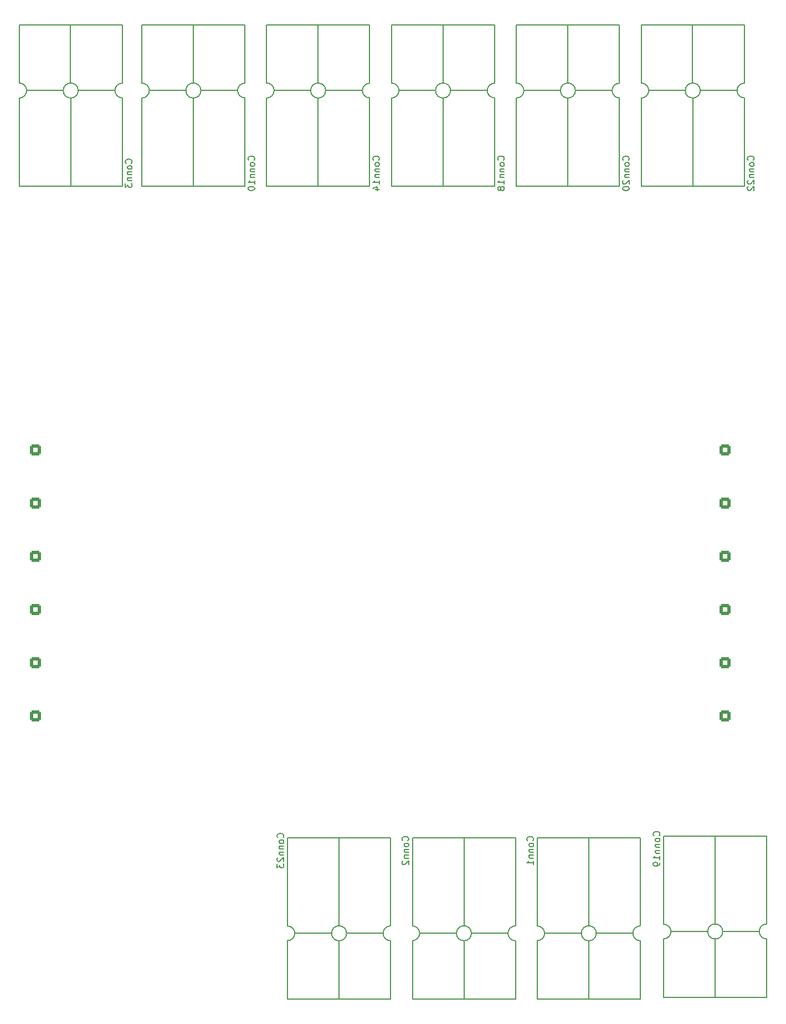
<source format=gbo>
%TF.GenerationSoftware,KiCad,Pcbnew,(6.0.10)*%
%TF.CreationDate,2022-12-30T00:20:44-06:00*%
%TF.ProjectId,Armboard_Hardware,41726d62-6f61-4726-945f-486172647761,rev?*%
%TF.SameCoordinates,Original*%
%TF.FileFunction,Legend,Bot*%
%TF.FilePolarity,Positive*%
%FSLAX46Y46*%
G04 Gerber Fmt 4.6, Leading zero omitted, Abs format (unit mm)*
G04 Created by KiCad (PCBNEW (6.0.10)) date 2022-12-30 00:20:44*
%MOMM*%
%LPD*%
G01*
G04 APERTURE LIST*
G04 Aperture macros list*
%AMRoundRect*
0 Rectangle with rounded corners*
0 $1 Rounding radius*
0 $2 $3 $4 $5 $6 $7 $8 $9 X,Y pos of 4 corners*
0 Add a 4 corners polygon primitive as box body*
4,1,4,$2,$3,$4,$5,$6,$7,$8,$9,$2,$3,0*
0 Add four circle primitives for the rounded corners*
1,1,$1+$1,$2,$3*
1,1,$1+$1,$4,$5*
1,1,$1+$1,$6,$7*
1,1,$1+$1,$8,$9*
0 Add four rect primitives between the rounded corners*
20,1,$1+$1,$2,$3,$4,$5,0*
20,1,$1+$1,$4,$5,$6,$7,0*
20,1,$1+$1,$6,$7,$8,$9,0*
20,1,$1+$1,$8,$9,$2,$3,0*%
G04 Aperture macros list end*
%ADD10C,0.150000*%
%ADD11C,2.946400*%
%ADD12R,1.350000X1.350000*%
%ADD13O,1.350000X1.350000*%
%ADD14RoundRect,0.250000X0.620000X0.620000X-0.620000X0.620000X-0.620000X-0.620000X0.620000X-0.620000X0*%
%ADD15C,1.740000*%
%ADD16C,1.524000*%
%ADD17C,1.308000*%
%ADD18C,1.100000*%
%ADD19C,1.400000*%
%ADD20C,4.000000*%
%ADD21C,2.000000*%
%ADD22O,5.100000X3.000000*%
G04 APERTURE END LIST*
D10*
X263600211Y-269504648D02*
X263647830Y-269457028D01*
X263695449Y-269314171D01*
X263695449Y-269218933D01*
X263647830Y-269076076D01*
X263552592Y-268980838D01*
X263457354Y-268933219D01*
X263266878Y-268885600D01*
X263124021Y-268885600D01*
X262933545Y-268933219D01*
X262838307Y-268980838D01*
X262743069Y-269076076D01*
X262695449Y-269218933D01*
X262695449Y-269314171D01*
X262743069Y-269457028D01*
X262790688Y-269504648D01*
X263695449Y-270076076D02*
X263647830Y-269980838D01*
X263600211Y-269933219D01*
X263504973Y-269885600D01*
X263219259Y-269885600D01*
X263124021Y-269933219D01*
X263076402Y-269980838D01*
X263028783Y-270076076D01*
X263028783Y-270218933D01*
X263076402Y-270314171D01*
X263124021Y-270361790D01*
X263219259Y-270409409D01*
X263504973Y-270409409D01*
X263600211Y-270361790D01*
X263647830Y-270314171D01*
X263695449Y-270218933D01*
X263695449Y-270076076D01*
X263028783Y-270837981D02*
X263695449Y-270837981D01*
X263124021Y-270837981D02*
X263076402Y-270885600D01*
X263028783Y-270980838D01*
X263028783Y-271123695D01*
X263076402Y-271218933D01*
X263171640Y-271266552D01*
X263695449Y-271266552D01*
X263028783Y-271742743D02*
X263695449Y-271742743D01*
X263124021Y-271742743D02*
X263076402Y-271790362D01*
X263028783Y-271885600D01*
X263028783Y-272028457D01*
X263076402Y-272123695D01*
X263171640Y-272171314D01*
X263695449Y-272171314D01*
X263695449Y-273171314D02*
X263695449Y-272599886D01*
X263695449Y-272885600D02*
X262695449Y-272885600D01*
X262838307Y-272790362D01*
X262933545Y-272695124D01*
X262981164Y-272599886D01*
X263695449Y-273647505D02*
X263695449Y-273837981D01*
X263647830Y-273933219D01*
X263600211Y-273980838D01*
X263457354Y-274076076D01*
X263266878Y-274123695D01*
X262885926Y-274123695D01*
X262790688Y-274076076D01*
X262743069Y-274028457D01*
X262695449Y-273933219D01*
X262695449Y-273742743D01*
X262743069Y-273647505D01*
X262790688Y-273599886D01*
X262885926Y-273552267D01*
X263124021Y-273552267D01*
X263219259Y-273599886D01*
X263266878Y-273647505D01*
X263314497Y-273742743D01*
X263314497Y-273933219D01*
X263266878Y-274028457D01*
X263219259Y-274076076D01*
X263124021Y-274123695D01*
X182920622Y-166757390D02*
X182968241Y-166709771D01*
X183015860Y-166566914D01*
X183015860Y-166471676D01*
X182968241Y-166328819D01*
X182873003Y-166233580D01*
X182777765Y-166185961D01*
X182587289Y-166138342D01*
X182444432Y-166138342D01*
X182253956Y-166185961D01*
X182158718Y-166233580D01*
X182063480Y-166328819D01*
X182015860Y-166471676D01*
X182015860Y-166566914D01*
X182063480Y-166709771D01*
X182111099Y-166757390D01*
X183015860Y-167328819D02*
X182968241Y-167233580D01*
X182920622Y-167185961D01*
X182825384Y-167138342D01*
X182539670Y-167138342D01*
X182444432Y-167185961D01*
X182396813Y-167233580D01*
X182349194Y-167328819D01*
X182349194Y-167471676D01*
X182396813Y-167566914D01*
X182444432Y-167614533D01*
X182539670Y-167662152D01*
X182825384Y-167662152D01*
X182920622Y-167614533D01*
X182968241Y-167566914D01*
X183015860Y-167471676D01*
X183015860Y-167328819D01*
X182349194Y-168090723D02*
X183015860Y-168090723D01*
X182444432Y-168090723D02*
X182396813Y-168138342D01*
X182349194Y-168233580D01*
X182349194Y-168376438D01*
X182396813Y-168471676D01*
X182492051Y-168519295D01*
X183015860Y-168519295D01*
X182349194Y-168995485D02*
X183015860Y-168995485D01*
X182444432Y-168995485D02*
X182396813Y-169043104D01*
X182349194Y-169138342D01*
X182349194Y-169281200D01*
X182396813Y-169376438D01*
X182492051Y-169424057D01*
X183015860Y-169424057D01*
X182015860Y-169805009D02*
X182015860Y-170424057D01*
X182396813Y-170090723D01*
X182396813Y-170233580D01*
X182444432Y-170328819D01*
X182492051Y-170376438D01*
X182587289Y-170424057D01*
X182825384Y-170424057D01*
X182920622Y-170376438D01*
X182968241Y-170328819D01*
X183015860Y-170233580D01*
X183015860Y-169947866D01*
X182968241Y-169852628D01*
X182920622Y-169805009D01*
X239828846Y-166281200D02*
X239876465Y-166233580D01*
X239924084Y-166090723D01*
X239924084Y-165995485D01*
X239876465Y-165852628D01*
X239781227Y-165757390D01*
X239685989Y-165709771D01*
X239495513Y-165662152D01*
X239352656Y-165662152D01*
X239162180Y-165709771D01*
X239066942Y-165757390D01*
X238971704Y-165852628D01*
X238924084Y-165995485D01*
X238924084Y-166090723D01*
X238971704Y-166233580D01*
X239019323Y-166281200D01*
X239924084Y-166852628D02*
X239876465Y-166757390D01*
X239828846Y-166709771D01*
X239733608Y-166662152D01*
X239447894Y-166662152D01*
X239352656Y-166709771D01*
X239305037Y-166757390D01*
X239257418Y-166852628D01*
X239257418Y-166995485D01*
X239305037Y-167090723D01*
X239352656Y-167138342D01*
X239447894Y-167185961D01*
X239733608Y-167185961D01*
X239828846Y-167138342D01*
X239876465Y-167090723D01*
X239924084Y-166995485D01*
X239924084Y-166852628D01*
X239257418Y-167614533D02*
X239924084Y-167614533D01*
X239352656Y-167614533D02*
X239305037Y-167662152D01*
X239257418Y-167757390D01*
X239257418Y-167900247D01*
X239305037Y-167995485D01*
X239400275Y-168043104D01*
X239924084Y-168043104D01*
X239257418Y-168519295D02*
X239924084Y-168519295D01*
X239352656Y-168519295D02*
X239305037Y-168566914D01*
X239257418Y-168662152D01*
X239257418Y-168805009D01*
X239305037Y-168900247D01*
X239400275Y-168947866D01*
X239924084Y-168947866D01*
X239924084Y-169947866D02*
X239924084Y-169376438D01*
X239924084Y-169662152D02*
X238924084Y-169662152D01*
X239066942Y-169566914D01*
X239162180Y-169471676D01*
X239209799Y-169376438D01*
X239352656Y-170519295D02*
X239305037Y-170424057D01*
X239257418Y-170376438D01*
X239162180Y-170328819D01*
X239114561Y-170328819D01*
X239019323Y-170376438D01*
X238971704Y-170424057D01*
X238924084Y-170519295D01*
X238924084Y-170709771D01*
X238971704Y-170805009D01*
X239019323Y-170852628D01*
X239114561Y-170900247D01*
X239162180Y-170900247D01*
X239257418Y-170852628D01*
X239305037Y-170805009D01*
X239352656Y-170709771D01*
X239352656Y-170519295D01*
X239400275Y-170424057D01*
X239447894Y-170376438D01*
X239543132Y-170328819D01*
X239733608Y-170328819D01*
X239828846Y-170376438D01*
X239876465Y-170424057D01*
X239924084Y-170519295D01*
X239924084Y-170709771D01*
X239876465Y-170805009D01*
X239828846Y-170852628D01*
X239733608Y-170900247D01*
X239543132Y-170900247D01*
X239447894Y-170852628D01*
X239400275Y-170805009D01*
X239352656Y-170709771D01*
X244286146Y-270258390D02*
X244333765Y-270210771D01*
X244381384Y-270067914D01*
X244381384Y-269972676D01*
X244333765Y-269829819D01*
X244238527Y-269734580D01*
X244143289Y-269686961D01*
X243952813Y-269639342D01*
X243809956Y-269639342D01*
X243619480Y-269686961D01*
X243524242Y-269734580D01*
X243429004Y-269829819D01*
X243381384Y-269972676D01*
X243381384Y-270067914D01*
X243429004Y-270210771D01*
X243476623Y-270258390D01*
X244381384Y-270829819D02*
X244333765Y-270734580D01*
X244286146Y-270686961D01*
X244190908Y-270639342D01*
X243905194Y-270639342D01*
X243809956Y-270686961D01*
X243762337Y-270734580D01*
X243714718Y-270829819D01*
X243714718Y-270972676D01*
X243762337Y-271067914D01*
X243809956Y-271115533D01*
X243905194Y-271163152D01*
X244190908Y-271163152D01*
X244286146Y-271115533D01*
X244333765Y-271067914D01*
X244381384Y-270972676D01*
X244381384Y-270829819D01*
X243714718Y-271591723D02*
X244381384Y-271591723D01*
X243809956Y-271591723D02*
X243762337Y-271639342D01*
X243714718Y-271734580D01*
X243714718Y-271877438D01*
X243762337Y-271972676D01*
X243857575Y-272020295D01*
X244381384Y-272020295D01*
X243714718Y-272496485D02*
X244381384Y-272496485D01*
X243809956Y-272496485D02*
X243762337Y-272544104D01*
X243714718Y-272639342D01*
X243714718Y-272782200D01*
X243762337Y-272877438D01*
X243857575Y-272925057D01*
X244381384Y-272925057D01*
X244381384Y-273925057D02*
X244381384Y-273353628D01*
X244381384Y-273639342D02*
X243381384Y-273639342D01*
X243524242Y-273544104D01*
X243619480Y-273448866D01*
X243667099Y-273353628D01*
X206108354Y-269782200D02*
X206155973Y-269734580D01*
X206203592Y-269591723D01*
X206203592Y-269496485D01*
X206155973Y-269353628D01*
X206060735Y-269258390D01*
X205965497Y-269210771D01*
X205775021Y-269163152D01*
X205632164Y-269163152D01*
X205441688Y-269210771D01*
X205346450Y-269258390D01*
X205251212Y-269353628D01*
X205203592Y-269496485D01*
X205203592Y-269591723D01*
X205251212Y-269734580D01*
X205298831Y-269782200D01*
X206203592Y-270353628D02*
X206155973Y-270258390D01*
X206108354Y-270210771D01*
X206013116Y-270163152D01*
X205727402Y-270163152D01*
X205632164Y-270210771D01*
X205584545Y-270258390D01*
X205536926Y-270353628D01*
X205536926Y-270496485D01*
X205584545Y-270591723D01*
X205632164Y-270639342D01*
X205727402Y-270686961D01*
X206013116Y-270686961D01*
X206108354Y-270639342D01*
X206155973Y-270591723D01*
X206203592Y-270496485D01*
X206203592Y-270353628D01*
X205536926Y-271115533D02*
X206203592Y-271115533D01*
X205632164Y-271115533D02*
X205584545Y-271163152D01*
X205536926Y-271258390D01*
X205536926Y-271401247D01*
X205584545Y-271496485D01*
X205679783Y-271544104D01*
X206203592Y-271544104D01*
X205536926Y-272020295D02*
X206203592Y-272020295D01*
X205632164Y-272020295D02*
X205584545Y-272067914D01*
X205536926Y-272163152D01*
X205536926Y-272306009D01*
X205584545Y-272401247D01*
X205679783Y-272448866D01*
X206203592Y-272448866D01*
X205298831Y-272877438D02*
X205251212Y-272925057D01*
X205203592Y-273020295D01*
X205203592Y-273258390D01*
X205251212Y-273353628D01*
X205298831Y-273401247D01*
X205394069Y-273448866D01*
X205489307Y-273448866D01*
X205632164Y-273401247D01*
X206203592Y-272829819D01*
X206203592Y-273448866D01*
X205203592Y-273782200D02*
X205203592Y-274401247D01*
X205584545Y-274067914D01*
X205584545Y-274210771D01*
X205632164Y-274306009D01*
X205679783Y-274353628D01*
X205775021Y-274401247D01*
X206013116Y-274401247D01*
X206108354Y-274353628D01*
X206155973Y-274306009D01*
X206203592Y-274210771D01*
X206203592Y-273925057D01*
X206155973Y-273829819D01*
X206108354Y-273782200D01*
X201668170Y-166281200D02*
X201715789Y-166233580D01*
X201763408Y-166090723D01*
X201763408Y-165995485D01*
X201715789Y-165852628D01*
X201620551Y-165757390D01*
X201525313Y-165709771D01*
X201334837Y-165662152D01*
X201191980Y-165662152D01*
X201001504Y-165709771D01*
X200906266Y-165757390D01*
X200811028Y-165852628D01*
X200763408Y-165995485D01*
X200763408Y-166090723D01*
X200811028Y-166233580D01*
X200858647Y-166281200D01*
X201763408Y-166852628D02*
X201715789Y-166757390D01*
X201668170Y-166709771D01*
X201572932Y-166662152D01*
X201287218Y-166662152D01*
X201191980Y-166709771D01*
X201144361Y-166757390D01*
X201096742Y-166852628D01*
X201096742Y-166995485D01*
X201144361Y-167090723D01*
X201191980Y-167138342D01*
X201287218Y-167185961D01*
X201572932Y-167185961D01*
X201668170Y-167138342D01*
X201715789Y-167090723D01*
X201763408Y-166995485D01*
X201763408Y-166852628D01*
X201096742Y-167614533D02*
X201763408Y-167614533D01*
X201191980Y-167614533D02*
X201144361Y-167662152D01*
X201096742Y-167757390D01*
X201096742Y-167900247D01*
X201144361Y-167995485D01*
X201239599Y-168043104D01*
X201763408Y-168043104D01*
X201096742Y-168519295D02*
X201763408Y-168519295D01*
X201191980Y-168519295D02*
X201144361Y-168566914D01*
X201096742Y-168662152D01*
X201096742Y-168805009D01*
X201144361Y-168900247D01*
X201239599Y-168947866D01*
X201763408Y-168947866D01*
X201763408Y-169947866D02*
X201763408Y-169376438D01*
X201763408Y-169662152D02*
X200763408Y-169662152D01*
X200906266Y-169566914D01*
X201001504Y-169471676D01*
X201049123Y-169376438D01*
X200763408Y-170566914D02*
X200763408Y-170662152D01*
X200811028Y-170757390D01*
X200858647Y-170805009D01*
X200953885Y-170852628D01*
X201144361Y-170900247D01*
X201382456Y-170900247D01*
X201572932Y-170852628D01*
X201668170Y-170805009D01*
X201715789Y-170757390D01*
X201763408Y-170662152D01*
X201763408Y-170566914D01*
X201715789Y-170471676D01*
X201668170Y-170424057D01*
X201572932Y-170376438D01*
X201382456Y-170328819D01*
X201144361Y-170328819D01*
X200953885Y-170376438D01*
X200858647Y-170424057D01*
X200811028Y-170471676D01*
X200763408Y-170566914D01*
X220742158Y-166281200D02*
X220789777Y-166233580D01*
X220837396Y-166090723D01*
X220837396Y-165995485D01*
X220789777Y-165852628D01*
X220694539Y-165757390D01*
X220599301Y-165709771D01*
X220408825Y-165662152D01*
X220265968Y-165662152D01*
X220075492Y-165709771D01*
X219980254Y-165757390D01*
X219885016Y-165852628D01*
X219837396Y-165995485D01*
X219837396Y-166090723D01*
X219885016Y-166233580D01*
X219932635Y-166281200D01*
X220837396Y-166852628D02*
X220789777Y-166757390D01*
X220742158Y-166709771D01*
X220646920Y-166662152D01*
X220361206Y-166662152D01*
X220265968Y-166709771D01*
X220218349Y-166757390D01*
X220170730Y-166852628D01*
X220170730Y-166995485D01*
X220218349Y-167090723D01*
X220265968Y-167138342D01*
X220361206Y-167185961D01*
X220646920Y-167185961D01*
X220742158Y-167138342D01*
X220789777Y-167090723D01*
X220837396Y-166995485D01*
X220837396Y-166852628D01*
X220170730Y-167614533D02*
X220837396Y-167614533D01*
X220265968Y-167614533D02*
X220218349Y-167662152D01*
X220170730Y-167757390D01*
X220170730Y-167900247D01*
X220218349Y-167995485D01*
X220313587Y-168043104D01*
X220837396Y-168043104D01*
X220170730Y-168519295D02*
X220837396Y-168519295D01*
X220265968Y-168519295D02*
X220218349Y-168566914D01*
X220170730Y-168662152D01*
X220170730Y-168805009D01*
X220218349Y-168900247D01*
X220313587Y-168947866D01*
X220837396Y-168947866D01*
X220837396Y-169947866D02*
X220837396Y-169376438D01*
X220837396Y-169662152D02*
X219837396Y-169662152D01*
X219980254Y-169566914D01*
X220075492Y-169471676D01*
X220123111Y-169376438D01*
X220170730Y-170805009D02*
X220837396Y-170805009D01*
X219789777Y-170566914D02*
X220504063Y-170328819D01*
X220504063Y-170947866D01*
X258915534Y-166281200D02*
X258963153Y-166233580D01*
X259010772Y-166090723D01*
X259010772Y-165995485D01*
X258963153Y-165852628D01*
X258867915Y-165757390D01*
X258772677Y-165709771D01*
X258582201Y-165662152D01*
X258439344Y-165662152D01*
X258248868Y-165709771D01*
X258153630Y-165757390D01*
X258058392Y-165852628D01*
X258010772Y-165995485D01*
X258010772Y-166090723D01*
X258058392Y-166233580D01*
X258106011Y-166281200D01*
X259010772Y-166852628D02*
X258963153Y-166757390D01*
X258915534Y-166709771D01*
X258820296Y-166662152D01*
X258534582Y-166662152D01*
X258439344Y-166709771D01*
X258391725Y-166757390D01*
X258344106Y-166852628D01*
X258344106Y-166995485D01*
X258391725Y-167090723D01*
X258439344Y-167138342D01*
X258534582Y-167185961D01*
X258820296Y-167185961D01*
X258915534Y-167138342D01*
X258963153Y-167090723D01*
X259010772Y-166995485D01*
X259010772Y-166852628D01*
X258344106Y-167614533D02*
X259010772Y-167614533D01*
X258439344Y-167614533D02*
X258391725Y-167662152D01*
X258344106Y-167757390D01*
X258344106Y-167900247D01*
X258391725Y-167995485D01*
X258486963Y-168043104D01*
X259010772Y-168043104D01*
X258344106Y-168519295D02*
X259010772Y-168519295D01*
X258439344Y-168519295D02*
X258391725Y-168566914D01*
X258344106Y-168662152D01*
X258344106Y-168805009D01*
X258391725Y-168900247D01*
X258486963Y-168947866D01*
X259010772Y-168947866D01*
X258106011Y-169376438D02*
X258058392Y-169424057D01*
X258010772Y-169519295D01*
X258010772Y-169757390D01*
X258058392Y-169852628D01*
X258106011Y-169900247D01*
X258201249Y-169947866D01*
X258296487Y-169947866D01*
X258439344Y-169900247D01*
X259010772Y-169328819D01*
X259010772Y-169947866D01*
X258010772Y-170566914D02*
X258010772Y-170662152D01*
X258058392Y-170757390D01*
X258106011Y-170805009D01*
X258201249Y-170852628D01*
X258391725Y-170900247D01*
X258629820Y-170900247D01*
X258820296Y-170852628D01*
X258915534Y-170805009D01*
X258963153Y-170757390D01*
X259010772Y-170662152D01*
X259010772Y-170566914D01*
X258963153Y-170471676D01*
X258915534Y-170424057D01*
X258820296Y-170376438D01*
X258629820Y-170328819D01*
X258391725Y-170328819D01*
X258201249Y-170376438D01*
X258106011Y-170424057D01*
X258058392Y-170471676D01*
X258010772Y-170566914D01*
X225197142Y-270258390D02*
X225244761Y-270210771D01*
X225292380Y-270067914D01*
X225292380Y-269972676D01*
X225244761Y-269829819D01*
X225149523Y-269734580D01*
X225054285Y-269686961D01*
X224863809Y-269639342D01*
X224720952Y-269639342D01*
X224530476Y-269686961D01*
X224435238Y-269734580D01*
X224340000Y-269829819D01*
X224292380Y-269972676D01*
X224292380Y-270067914D01*
X224340000Y-270210771D01*
X224387619Y-270258390D01*
X225292380Y-270829819D02*
X225244761Y-270734580D01*
X225197142Y-270686961D01*
X225101904Y-270639342D01*
X224816190Y-270639342D01*
X224720952Y-270686961D01*
X224673333Y-270734580D01*
X224625714Y-270829819D01*
X224625714Y-270972676D01*
X224673333Y-271067914D01*
X224720952Y-271115533D01*
X224816190Y-271163152D01*
X225101904Y-271163152D01*
X225197142Y-271115533D01*
X225244761Y-271067914D01*
X225292380Y-270972676D01*
X225292380Y-270829819D01*
X224625714Y-271591723D02*
X225292380Y-271591723D01*
X224720952Y-271591723D02*
X224673333Y-271639342D01*
X224625714Y-271734580D01*
X224625714Y-271877438D01*
X224673333Y-271972676D01*
X224768571Y-272020295D01*
X225292380Y-272020295D01*
X224625714Y-272496485D02*
X225292380Y-272496485D01*
X224720952Y-272496485D02*
X224673333Y-272544104D01*
X224625714Y-272639342D01*
X224625714Y-272782200D01*
X224673333Y-272877438D01*
X224768571Y-272925057D01*
X225292380Y-272925057D01*
X224387619Y-273353628D02*
X224340000Y-273401247D01*
X224292380Y-273496485D01*
X224292380Y-273734580D01*
X224340000Y-273829819D01*
X224387619Y-273877438D01*
X224482857Y-273925057D01*
X224578095Y-273925057D01*
X224720952Y-273877438D01*
X225292380Y-273306009D01*
X225292380Y-273925057D01*
X278002222Y-166281200D02*
X278049841Y-166233580D01*
X278097460Y-166090723D01*
X278097460Y-165995485D01*
X278049841Y-165852628D01*
X277954603Y-165757390D01*
X277859365Y-165709771D01*
X277668889Y-165662152D01*
X277526032Y-165662152D01*
X277335556Y-165709771D01*
X277240318Y-165757390D01*
X277145080Y-165852628D01*
X277097460Y-165995485D01*
X277097460Y-166090723D01*
X277145080Y-166233580D01*
X277192699Y-166281200D01*
X278097460Y-166852628D02*
X278049841Y-166757390D01*
X278002222Y-166709771D01*
X277906984Y-166662152D01*
X277621270Y-166662152D01*
X277526032Y-166709771D01*
X277478413Y-166757390D01*
X277430794Y-166852628D01*
X277430794Y-166995485D01*
X277478413Y-167090723D01*
X277526032Y-167138342D01*
X277621270Y-167185961D01*
X277906984Y-167185961D01*
X278002222Y-167138342D01*
X278049841Y-167090723D01*
X278097460Y-166995485D01*
X278097460Y-166852628D01*
X277430794Y-167614533D02*
X278097460Y-167614533D01*
X277526032Y-167614533D02*
X277478413Y-167662152D01*
X277430794Y-167757390D01*
X277430794Y-167900247D01*
X277478413Y-167995485D01*
X277573651Y-168043104D01*
X278097460Y-168043104D01*
X277430794Y-168519295D02*
X278097460Y-168519295D01*
X277526032Y-168519295D02*
X277478413Y-168566914D01*
X277430794Y-168662152D01*
X277430794Y-168805009D01*
X277478413Y-168900247D01*
X277573651Y-168947866D01*
X278097460Y-168947866D01*
X277192699Y-169376438D02*
X277145080Y-169424057D01*
X277097460Y-169519295D01*
X277097460Y-169757390D01*
X277145080Y-169852628D01*
X277192699Y-169900247D01*
X277287937Y-169947866D01*
X277383175Y-169947866D01*
X277526032Y-169900247D01*
X278097460Y-169328819D01*
X278097460Y-169947866D01*
X277192699Y-170328819D02*
X277145080Y-170376438D01*
X277097460Y-170471676D01*
X277097460Y-170709771D01*
X277145080Y-170805009D01*
X277192699Y-170852628D01*
X277287937Y-170900247D01*
X277383175Y-170900247D01*
X277526032Y-170852628D01*
X278097460Y-170281200D01*
X278097460Y-170900247D01*
X274442069Y-284140248D02*
X273299069Y-284140248D01*
X274442069Y-284140248D02*
X277718669Y-284140248D01*
X272156069Y-281854248D02*
X272156069Y-282997248D01*
X272181469Y-294173248D02*
X272181469Y-285283248D01*
X269870069Y-284140248D02*
X266568069Y-284140248D01*
X264282069Y-286426248D02*
X264282069Y-294173248D01*
X280030069Y-281854248D02*
X280030069Y-269560648D01*
X264282069Y-281828848D02*
X264282069Y-283022648D01*
X278887069Y-284140248D02*
X277718669Y-284140248D01*
X280030069Y-269560648D02*
X264282069Y-269560648D01*
X269870069Y-284140248D02*
X271013069Y-284140248D01*
X266593469Y-284140248D02*
X265425069Y-284140248D01*
X280030069Y-285283248D02*
X280030069Y-286502448D01*
X280030069Y-294198648D02*
X264282069Y-294198648D01*
X264282069Y-286451648D02*
X264282069Y-285283248D01*
X264282069Y-281854248D02*
X264282069Y-269560648D01*
X280030069Y-281879648D02*
X280030069Y-282971848D01*
X272156069Y-281854248D02*
X272156069Y-269560648D01*
X280030069Y-294173248D02*
X280030069Y-286426248D01*
X265399669Y-284140248D02*
G75*
G03*
X264282069Y-283022648I-1117598J2D01*
G01*
X278887069Y-284140248D02*
G75*
G03*
X280030069Y-285283248I1143000J0D01*
G01*
X264282069Y-285257848D02*
G75*
G03*
X265399669Y-284140248I2J1117598D01*
G01*
X280030069Y-282997248D02*
G75*
G03*
X278887069Y-284140248I0J-1143000D01*
G01*
X273299069Y-284140248D02*
G75*
G03*
X273299069Y-284140248I-1143000J0D01*
G01*
X166919480Y-155645600D02*
X168087880Y-155645600D01*
X175936480Y-155645600D02*
X179238480Y-155645600D01*
X165776480Y-154502600D02*
X165776480Y-153283400D01*
X173650480Y-157931600D02*
X173650480Y-170225200D01*
X165776480Y-157906200D02*
X165776480Y-156814000D01*
X181524480Y-153334200D02*
X181524480Y-154502600D01*
X173625080Y-145612600D02*
X173625080Y-154502600D01*
X165776480Y-157931600D02*
X165776480Y-170225200D01*
X181524480Y-157957000D02*
X181524480Y-156763200D01*
X171364480Y-155645600D02*
X172507480Y-155645600D01*
X175936480Y-155645600D02*
X174793480Y-155645600D01*
X179213080Y-155645600D02*
X180381480Y-155645600D01*
X165776480Y-170225200D02*
X181524480Y-170225200D01*
X181524480Y-157931600D02*
X181524480Y-170225200D01*
X165776480Y-145587200D02*
X181524480Y-145587200D01*
X171364480Y-155645600D02*
X168087880Y-155645600D01*
X173650480Y-157931600D02*
X173650480Y-156788600D01*
X165776480Y-145612600D02*
X165776480Y-153359600D01*
X181524480Y-153359600D02*
X181524480Y-145612600D01*
X165776480Y-156788600D02*
G75*
G03*
X166919480Y-155645600I0J1143000D01*
G01*
X181524480Y-154528000D02*
G75*
G03*
X180406880Y-155645600I-2J-1117598D01*
G01*
X180406880Y-155645600D02*
G75*
G03*
X181524480Y-156763200I1117598J-2D01*
G01*
X166919480Y-155645600D02*
G75*
G03*
X165776480Y-154502600I-1143000J0D01*
G01*
X174793480Y-155645600D02*
G75*
G03*
X174793480Y-155645600I-1143000J0D01*
G01*
X236121304Y-155645600D02*
X237289704Y-155645600D01*
X230558704Y-157931600D02*
X230558704Y-170225200D01*
X238432704Y-157957000D02*
X238432704Y-156763200D01*
X222684704Y-157906200D02*
X222684704Y-156814000D01*
X232844704Y-155645600D02*
X231701704Y-155645600D01*
X222684704Y-145587200D02*
X238432704Y-145587200D01*
X232844704Y-155645600D02*
X236146704Y-155645600D01*
X230533304Y-145612600D02*
X230533304Y-154502600D01*
X238432704Y-153334200D02*
X238432704Y-154502600D01*
X238432704Y-153359600D02*
X238432704Y-145612600D01*
X238432704Y-157931600D02*
X238432704Y-170225200D01*
X228272704Y-155645600D02*
X224996104Y-155645600D01*
X228272704Y-155645600D02*
X229415704Y-155645600D01*
X230558704Y-157931600D02*
X230558704Y-156788600D01*
X222684704Y-170225200D02*
X238432704Y-170225200D01*
X222684704Y-145612600D02*
X222684704Y-153359600D01*
X222684704Y-157931600D02*
X222684704Y-170225200D01*
X222684704Y-154502600D02*
X222684704Y-153283400D01*
X223827704Y-155645600D02*
X224996104Y-155645600D01*
X237315104Y-155645600D02*
G75*
G03*
X238432704Y-156763200I1117598J-2D01*
G01*
X238432704Y-154528000D02*
G75*
G03*
X237315104Y-155645600I-2J-1117598D01*
G01*
X222684704Y-156788600D02*
G75*
G03*
X223827704Y-155645600I0J1143000D01*
G01*
X223827704Y-155645600D02*
G75*
G03*
X222684704Y-154502600I-1143000J0D01*
G01*
X231701704Y-155645600D02*
G75*
G03*
X231701704Y-155645600I-1143000J0D01*
G01*
X244968004Y-286729200D02*
X244968004Y-285560800D01*
X260716004Y-294476200D02*
X244968004Y-294476200D01*
X252867404Y-294450800D02*
X252867404Y-285560800D01*
X250556004Y-284417800D02*
X251699004Y-284417800D01*
X250556004Y-284417800D02*
X247254004Y-284417800D01*
X244968004Y-282106400D02*
X244968004Y-283300200D01*
X255128004Y-284417800D02*
X258404604Y-284417800D01*
X252842004Y-282131800D02*
X252842004Y-283274800D01*
X244968004Y-282131800D02*
X244968004Y-269838200D01*
X247279404Y-284417800D02*
X246111004Y-284417800D01*
X244968004Y-286703800D02*
X244968004Y-294450800D01*
X260716004Y-282131800D02*
X260716004Y-269838200D01*
X255128004Y-284417800D02*
X253985004Y-284417800D01*
X259573004Y-284417800D02*
X258404604Y-284417800D01*
X260716004Y-269838200D02*
X244968004Y-269838200D01*
X260716004Y-294450800D02*
X260716004Y-286703800D01*
X260716004Y-282157200D02*
X260716004Y-283249400D01*
X260716004Y-285560800D02*
X260716004Y-286780000D01*
X252842004Y-282131800D02*
X252842004Y-269838200D01*
X246085604Y-284417800D02*
G75*
G03*
X244968004Y-283300200I-1117598J2D01*
G01*
X244968004Y-285535400D02*
G75*
G03*
X246085604Y-284417800I2J1117598D01*
G01*
X260716004Y-283274800D02*
G75*
G03*
X259573004Y-284417800I0J-1143000D01*
G01*
X259573004Y-284417800D02*
G75*
G03*
X260716004Y-285560800I1143000J0D01*
G01*
X253985004Y-284417800D02*
G75*
G03*
X253985004Y-284417800I-1143000J0D01*
G01*
X206790212Y-286703800D02*
X206790212Y-294450800D01*
X212378212Y-284417800D02*
X213521212Y-284417800D01*
X214689612Y-294450800D02*
X214689612Y-285560800D01*
X222538212Y-269838200D02*
X206790212Y-269838200D01*
X216950212Y-284417800D02*
X215807212Y-284417800D01*
X222538212Y-285560800D02*
X222538212Y-286780000D01*
X216950212Y-284417800D02*
X220226812Y-284417800D01*
X214664212Y-282131800D02*
X214664212Y-283274800D01*
X206790212Y-286729200D02*
X206790212Y-285560800D01*
X209101612Y-284417800D02*
X207933212Y-284417800D01*
X222538212Y-294450800D02*
X222538212Y-286703800D01*
X206790212Y-282106400D02*
X206790212Y-283300200D01*
X222538212Y-294476200D02*
X206790212Y-294476200D01*
X222538212Y-282157200D02*
X222538212Y-283249400D01*
X214664212Y-282131800D02*
X214664212Y-269838200D01*
X221395212Y-284417800D02*
X220226812Y-284417800D01*
X222538212Y-282131800D02*
X222538212Y-269838200D01*
X206790212Y-282131800D02*
X206790212Y-269838200D01*
X212378212Y-284417800D02*
X209076212Y-284417800D01*
X206790212Y-285535400D02*
G75*
G03*
X207907812Y-284417800I2J1117598D01*
G01*
X221395212Y-284417800D02*
G75*
G03*
X222538212Y-285560800I1143000J0D01*
G01*
X222538212Y-283274800D02*
G75*
G03*
X221395212Y-284417800I0J-1143000D01*
G01*
X207907812Y-284417800D02*
G75*
G03*
X206790212Y-283300200I-1117598J2D01*
G01*
X215807212Y-284417800D02*
G75*
G03*
X215807212Y-284417800I-1143000J0D01*
G01*
X194684028Y-155645600D02*
X197986028Y-155645600D01*
X184524028Y-170225200D02*
X200272028Y-170225200D01*
X184524028Y-145612600D02*
X184524028Y-153359600D01*
X184524028Y-154502600D02*
X184524028Y-153283400D01*
X192398028Y-157931600D02*
X192398028Y-170225200D01*
X184524028Y-157931600D02*
X184524028Y-170225200D01*
X194684028Y-155645600D02*
X193541028Y-155645600D01*
X200272028Y-157931600D02*
X200272028Y-170225200D01*
X190112028Y-155645600D02*
X186835428Y-155645600D01*
X184524028Y-157906200D02*
X184524028Y-156814000D01*
X197960628Y-155645600D02*
X199129028Y-155645600D01*
X192372628Y-145612600D02*
X192372628Y-154502600D01*
X200272028Y-153334200D02*
X200272028Y-154502600D01*
X200272028Y-157957000D02*
X200272028Y-156763200D01*
X184524028Y-145587200D02*
X200272028Y-145587200D01*
X190112028Y-155645600D02*
X191255028Y-155645600D01*
X200272028Y-153359600D02*
X200272028Y-145612600D01*
X185667028Y-155645600D02*
X186835428Y-155645600D01*
X192398028Y-157931600D02*
X192398028Y-156788600D01*
X199154428Y-155645600D02*
G75*
G03*
X200272028Y-156763200I1117598J-2D01*
G01*
X200272028Y-154528000D02*
G75*
G03*
X199154428Y-155645600I-2J-1117598D01*
G01*
X185667028Y-155645600D02*
G75*
G03*
X184524028Y-154502600I-1143000J0D01*
G01*
X184524028Y-156788600D02*
G75*
G03*
X185667028Y-155645600I0J1143000D01*
G01*
X193541028Y-155645600D02*
G75*
G03*
X193541028Y-155645600I-1143000J0D01*
G01*
X211472016Y-157931600D02*
X211472016Y-156788600D01*
X203598016Y-157931600D02*
X203598016Y-170225200D01*
X213758016Y-155645600D02*
X217060016Y-155645600D01*
X211446616Y-145612600D02*
X211446616Y-154502600D01*
X209186016Y-155645600D02*
X210329016Y-155645600D01*
X203598016Y-154502600D02*
X203598016Y-153283400D01*
X219346016Y-157931600D02*
X219346016Y-170225200D01*
X203598016Y-157906200D02*
X203598016Y-156814000D01*
X203598016Y-145612600D02*
X203598016Y-153359600D01*
X219346016Y-153334200D02*
X219346016Y-154502600D01*
X213758016Y-155645600D02*
X212615016Y-155645600D01*
X217034616Y-155645600D02*
X218203016Y-155645600D01*
X209186016Y-155645600D02*
X205909416Y-155645600D01*
X203598016Y-145587200D02*
X219346016Y-145587200D01*
X219346016Y-153359600D02*
X219346016Y-145612600D01*
X204741016Y-155645600D02*
X205909416Y-155645600D01*
X203598016Y-170225200D02*
X219346016Y-170225200D01*
X219346016Y-157957000D02*
X219346016Y-156763200D01*
X211472016Y-157931600D02*
X211472016Y-170225200D01*
X218228416Y-155645600D02*
G75*
G03*
X219346016Y-156763200I1117598J-2D01*
G01*
X204741016Y-155645600D02*
G75*
G03*
X203598016Y-154502600I-1143000J0D01*
G01*
X203598016Y-156788600D02*
G75*
G03*
X204741016Y-155645600I0J1143000D01*
G01*
X219346016Y-154528000D02*
G75*
G03*
X218228416Y-155645600I-2J-1117598D01*
G01*
X212615016Y-155645600D02*
G75*
G03*
X212615016Y-155645600I-1143000J0D01*
G01*
X241771392Y-145587200D02*
X257519392Y-145587200D01*
X257519392Y-153334200D02*
X257519392Y-154502600D01*
X257519392Y-157957000D02*
X257519392Y-156763200D01*
X251931392Y-155645600D02*
X250788392Y-155645600D01*
X241771392Y-170225200D02*
X257519392Y-170225200D01*
X247359392Y-155645600D02*
X248502392Y-155645600D01*
X251931392Y-155645600D02*
X255233392Y-155645600D01*
X257519392Y-157931600D02*
X257519392Y-170225200D01*
X241771392Y-157906200D02*
X241771392Y-156814000D01*
X241771392Y-145612600D02*
X241771392Y-153359600D01*
X247359392Y-155645600D02*
X244082792Y-155645600D01*
X255207992Y-155645600D02*
X256376392Y-155645600D01*
X257519392Y-153359600D02*
X257519392Y-145612600D01*
X249619992Y-145612600D02*
X249619992Y-154502600D01*
X242914392Y-155645600D02*
X244082792Y-155645600D01*
X249645392Y-157931600D02*
X249645392Y-170225200D01*
X241771392Y-157931600D02*
X241771392Y-170225200D01*
X241771392Y-154502600D02*
X241771392Y-153283400D01*
X249645392Y-157931600D02*
X249645392Y-156788600D01*
X241771392Y-156788600D02*
G75*
G03*
X242914392Y-155645600I0J1143000D01*
G01*
X257519392Y-154528000D02*
G75*
G03*
X256401792Y-155645600I-2J-1117598D01*
G01*
X256401792Y-155645600D02*
G75*
G03*
X257519392Y-156763200I1117598J-2D01*
G01*
X242914392Y-155645600D02*
G75*
G03*
X241771392Y-154502600I-1143000J0D01*
G01*
X250788392Y-155645600D02*
G75*
G03*
X250788392Y-155645600I-1143000J0D01*
G01*
X225879000Y-282106400D02*
X225879000Y-283300200D01*
X225879000Y-282131800D02*
X225879000Y-269838200D01*
X241627000Y-282157200D02*
X241627000Y-283249400D01*
X231467000Y-284417800D02*
X232610000Y-284417800D01*
X225879000Y-286729200D02*
X225879000Y-285560800D01*
X233778400Y-294450800D02*
X233778400Y-285560800D01*
X241627000Y-294476200D02*
X225879000Y-294476200D01*
X241627000Y-282131800D02*
X241627000Y-269838200D01*
X241627000Y-294450800D02*
X241627000Y-286703800D01*
X228190400Y-284417800D02*
X227022000Y-284417800D01*
X241627000Y-269838200D02*
X225879000Y-269838200D01*
X236039000Y-284417800D02*
X234896000Y-284417800D01*
X241627000Y-285560800D02*
X241627000Y-286780000D01*
X240484000Y-284417800D02*
X239315600Y-284417800D01*
X231467000Y-284417800D02*
X228165000Y-284417800D01*
X236039000Y-284417800D02*
X239315600Y-284417800D01*
X225879000Y-286703800D02*
X225879000Y-294450800D01*
X233753000Y-282131800D02*
X233753000Y-269838200D01*
X233753000Y-282131800D02*
X233753000Y-283274800D01*
X225879000Y-285535400D02*
G75*
G03*
X226996600Y-284417800I2J1117598D01*
G01*
X241627000Y-283274800D02*
G75*
G03*
X240484000Y-284417800I0J-1143000D01*
G01*
X240484000Y-284417800D02*
G75*
G03*
X241627000Y-285560800I1143000J0D01*
G01*
X226996600Y-284417800D02*
G75*
G03*
X225879000Y-283300200I-1117598J2D01*
G01*
X234896000Y-284417800D02*
G75*
G03*
X234896000Y-284417800I-1143000J0D01*
G01*
X262001080Y-155645600D02*
X263169480Y-155645600D01*
X260858080Y-145587200D02*
X276606080Y-145587200D01*
X276606080Y-153334200D02*
X276606080Y-154502600D01*
X260858080Y-154502600D02*
X260858080Y-153283400D01*
X260858080Y-157931600D02*
X260858080Y-170225200D01*
X268732080Y-157931600D02*
X268732080Y-170225200D01*
X271018080Y-155645600D02*
X274320080Y-155645600D01*
X276606080Y-157931600D02*
X276606080Y-170225200D01*
X260858080Y-145612600D02*
X260858080Y-153359600D01*
X276606080Y-157957000D02*
X276606080Y-156763200D01*
X266446080Y-155645600D02*
X263169480Y-155645600D01*
X266446080Y-155645600D02*
X267589080Y-155645600D01*
X276606080Y-153359600D02*
X276606080Y-145612600D01*
X260858080Y-170225200D02*
X276606080Y-170225200D01*
X268706680Y-145612600D02*
X268706680Y-154502600D01*
X274294680Y-155645600D02*
X275463080Y-155645600D01*
X271018080Y-155645600D02*
X269875080Y-155645600D01*
X268732080Y-157931600D02*
X268732080Y-156788600D01*
X260858080Y-157906200D02*
X260858080Y-156814000D01*
X262001080Y-155645600D02*
G75*
G03*
X260858080Y-154502600I-1143000J0D01*
G01*
X276606080Y-154528000D02*
G75*
G03*
X275488480Y-155645600I-2J-1117598D01*
G01*
X260858080Y-156788600D02*
G75*
G03*
X262001080Y-155645600I0J1143000D01*
G01*
X275488480Y-155645600D02*
G75*
G03*
X276606080Y-156763200I1117598J-2D01*
G01*
X269875080Y-155645600D02*
G75*
G03*
X269875080Y-155645600I-1143000J0D01*
G01*
%LPC*%
D11*
X285623000Y-159893000D03*
D12*
X184563000Y-261363000D03*
D13*
X184563000Y-259363000D03*
X186563000Y-261363000D03*
X186563000Y-259363000D03*
X188563000Y-261363000D03*
X188563000Y-259363000D03*
D14*
X168224200Y-226810000D03*
D15*
X165684200Y-226810000D03*
D14*
X168224200Y-243078000D03*
D15*
X165684200Y-243078000D03*
D16*
X175260000Y-282067000D03*
X172720000Y-282067000D03*
X170180000Y-282067000D03*
D14*
X168224200Y-210566000D03*
D15*
X165684200Y-210566000D03*
D14*
X273634200Y-226822000D03*
D15*
X271094200Y-226822000D03*
X268554200Y-226822000D03*
D14*
X273634200Y-251194000D03*
D15*
X271094200Y-251194000D03*
X268554200Y-251194000D03*
D11*
X285496000Y-283464000D03*
D14*
X273634200Y-234950000D03*
D15*
X271094200Y-234950000D03*
X268554200Y-234950000D03*
D14*
X168224200Y-234938000D03*
D15*
X165684200Y-234938000D03*
D14*
X168224200Y-218682000D03*
D15*
X165684200Y-218682000D03*
D14*
X273634200Y-218682000D03*
D15*
X271094200Y-218682000D03*
X268554200Y-218682000D03*
D14*
X160630000Y-194552000D03*
D15*
X158090000Y-194552000D03*
D11*
X156381580Y-283546420D03*
D14*
X168224200Y-251194000D03*
D15*
X165684200Y-251194000D03*
D17*
X203042000Y-229729500D03*
X205582000Y-229729500D03*
X208122000Y-229729500D03*
X210662000Y-229729500D03*
X236062000Y-229729500D03*
X205582000Y-214489500D03*
X213202000Y-229729500D03*
X215742000Y-229729500D03*
X218282000Y-229729500D03*
X220822000Y-229729500D03*
X223362000Y-229729500D03*
X225902000Y-229729500D03*
X228442000Y-229729500D03*
X230982000Y-229729500D03*
X233522000Y-229729500D03*
X233522000Y-214489500D03*
X230982000Y-214489500D03*
X228442000Y-214489500D03*
X225902000Y-214489500D03*
X223362000Y-214489500D03*
X220822000Y-214489500D03*
X218282000Y-214489500D03*
X215742000Y-214489500D03*
X213202000Y-214489500D03*
X210662000Y-214489500D03*
X208122000Y-214489500D03*
X238602000Y-229729500D03*
X241142000Y-229729500D03*
X243682000Y-229729500D03*
X246222000Y-229729500D03*
X248762000Y-229729500D03*
X251302000Y-229729500D03*
X253842000Y-229729500D03*
X256382000Y-229729500D03*
X258922000Y-229729500D03*
X258922000Y-214489500D03*
X256382000Y-214489500D03*
X253842000Y-214489500D03*
X251302000Y-214489500D03*
X248762000Y-214489500D03*
X246222000Y-214489500D03*
X243682000Y-214489500D03*
X241142000Y-214489500D03*
X238602000Y-214489500D03*
X200502000Y-229729500D03*
X236062000Y-214489500D03*
X203042000Y-214489500D03*
X200502000Y-214489500D03*
D11*
X156464000Y-159893000D03*
D14*
X273634200Y-210554000D03*
D15*
X271094200Y-210554000D03*
X268554200Y-210554000D03*
D14*
X160630000Y-174994000D03*
D15*
X158090000Y-174994000D03*
D18*
X185930000Y-267048000D03*
X187200000Y-264508000D03*
X188470000Y-267048000D03*
X189740000Y-264508000D03*
X191010000Y-267048000D03*
X192280000Y-264508000D03*
X193550000Y-267048000D03*
X194820000Y-264508000D03*
D19*
X184050000Y-278478000D03*
X186590000Y-276688000D03*
X194160000Y-278478000D03*
X196700000Y-276688000D03*
D20*
X184660000Y-273398000D03*
X196090000Y-273398000D03*
D21*
X182500000Y-270348000D03*
X198250000Y-270348000D03*
D14*
X273634200Y-243066000D03*
D15*
X271094200Y-243066000D03*
X268554200Y-243066000D03*
D22*
X267843000Y-266256800D03*
X275717000Y-266256800D03*
X169713480Y-173806600D03*
X177587480Y-173806600D03*
X226621704Y-173806600D03*
X234495704Y-173806600D03*
X256779004Y-266256800D03*
X248905004Y-266256800D03*
X218601212Y-266256800D03*
X210727212Y-266256800D03*
X188461028Y-173806600D03*
X196335028Y-173806600D03*
X207535016Y-173806600D03*
X215409016Y-173806600D03*
X245708392Y-173806600D03*
X253582392Y-173806600D03*
X237690000Y-266256800D03*
X229816000Y-266256800D03*
X264795080Y-173806600D03*
X272669080Y-173806600D03*
M02*

</source>
